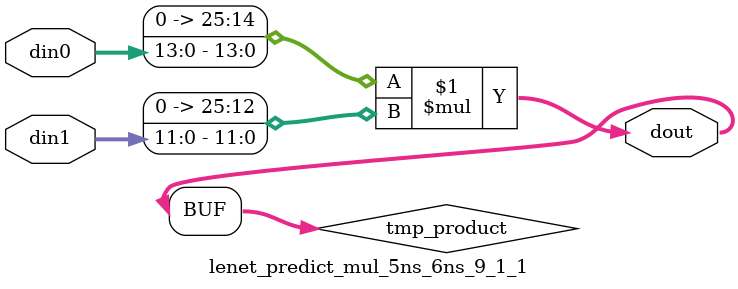
<source format=v>

`timescale 1 ns / 1 ps

  module lenet_predict_mul_5ns_6ns_9_1_1(din0, din1, dout);
parameter ID = 1;
parameter NUM_STAGE = 0;
parameter din0_WIDTH = 14;
parameter din1_WIDTH = 12;
parameter dout_WIDTH = 26;

input [din0_WIDTH - 1 : 0] din0; 
input [din1_WIDTH - 1 : 0] din1; 
output [dout_WIDTH - 1 : 0] dout;

wire signed [dout_WIDTH - 1 : 0] tmp_product;










assign tmp_product = $signed({1'b0, din0}) * $signed({1'b0, din1});











assign dout = tmp_product;







endmodule

</source>
